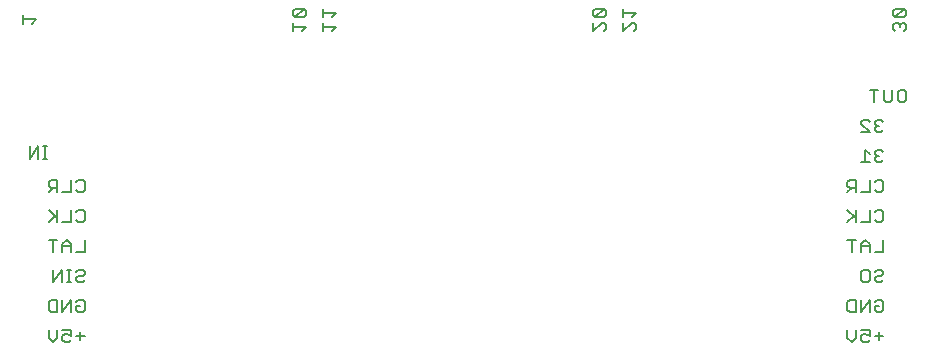
<source format=gbr>
G04 EAGLE Gerber RS-274X export*
G75*
%MOMM*%
%FSLAX34Y34*%
%LPD*%
%INSilkscreen Bottom*%
%IPPOS*%
%AMOC8*
5,1,8,0,0,1.08239X$1,22.5*%
G01*
%ADD10C,0.203200*%


D10*
X59309Y76205D02*
X52191Y76205D01*
X55750Y79764D02*
X55750Y72646D01*
X47615Y81543D02*
X40497Y81543D01*
X47615Y81543D02*
X47615Y76205D01*
X44056Y77984D01*
X42276Y77984D01*
X40497Y76205D01*
X40497Y72646D01*
X42276Y70866D01*
X45836Y70866D01*
X47615Y72646D01*
X35921Y74425D02*
X35921Y81543D01*
X35921Y74425D02*
X32362Y70866D01*
X28803Y74425D01*
X28803Y81543D01*
X728466Y76205D02*
X735584Y76205D01*
X732025Y79764D02*
X732025Y72646D01*
X723890Y81543D02*
X716772Y81543D01*
X723890Y81543D02*
X723890Y76205D01*
X720331Y77984D01*
X718551Y77984D01*
X716772Y76205D01*
X716772Y72646D01*
X718551Y70866D01*
X722111Y70866D01*
X723890Y72646D01*
X712196Y74425D02*
X712196Y81543D01*
X712196Y74425D02*
X708637Y70866D01*
X705078Y74425D01*
X705078Y81543D01*
X53970Y106943D02*
X52191Y105164D01*
X53970Y106943D02*
X57530Y106943D01*
X59309Y105164D01*
X59309Y98046D01*
X57530Y96266D01*
X53970Y96266D01*
X52191Y98046D01*
X52191Y101605D01*
X55750Y101605D01*
X47615Y106943D02*
X47615Y96266D01*
X40497Y96266D02*
X47615Y106943D01*
X40497Y106943D02*
X40497Y96266D01*
X35921Y96266D02*
X35921Y106943D01*
X35921Y96266D02*
X30583Y96266D01*
X28803Y98046D01*
X28803Y105164D01*
X30583Y106943D01*
X35921Y106943D01*
X728466Y105164D02*
X730245Y106943D01*
X733805Y106943D01*
X735584Y105164D01*
X735584Y98046D01*
X733805Y96266D01*
X730245Y96266D01*
X728466Y98046D01*
X728466Y101605D01*
X732025Y101605D01*
X723890Y106943D02*
X723890Y96266D01*
X716772Y96266D02*
X723890Y106943D01*
X716772Y106943D02*
X716772Y96266D01*
X712196Y96266D02*
X712196Y106943D01*
X712196Y96266D02*
X706858Y96266D01*
X705078Y98046D01*
X705078Y105164D01*
X706858Y106943D01*
X712196Y106943D01*
X728466Y130564D02*
X730245Y132343D01*
X733805Y132343D01*
X735584Y130564D01*
X735584Y128784D01*
X733805Y127005D01*
X730245Y127005D01*
X728466Y125225D01*
X728466Y123446D01*
X730245Y121666D01*
X733805Y121666D01*
X735584Y123446D01*
X722111Y132343D02*
X718551Y132343D01*
X722111Y132343D02*
X723890Y130564D01*
X723890Y123446D01*
X722111Y121666D01*
X718551Y121666D01*
X716772Y123446D01*
X716772Y130564D01*
X718551Y132343D01*
X53970Y132343D02*
X52191Y130564D01*
X53970Y132343D02*
X57530Y132343D01*
X59309Y130564D01*
X59309Y128784D01*
X57530Y127005D01*
X53970Y127005D01*
X52191Y125225D01*
X52191Y123446D01*
X53970Y121666D01*
X57530Y121666D01*
X59309Y123446D01*
X47615Y121666D02*
X44056Y121666D01*
X45836Y121666D02*
X45836Y132343D01*
X47615Y132343D02*
X44056Y132343D01*
X39819Y132343D02*
X39819Y121666D01*
X32701Y121666D02*
X39819Y132343D01*
X32701Y132343D02*
X32701Y121666D01*
X735584Y147066D02*
X735584Y157743D01*
X735584Y147066D02*
X728466Y147066D01*
X723890Y147066D02*
X723890Y154184D01*
X720331Y157743D01*
X716772Y154184D01*
X716772Y147066D01*
X716772Y152405D02*
X723890Y152405D01*
X708637Y147066D02*
X708637Y157743D01*
X712196Y157743D02*
X705078Y157743D01*
X59309Y157743D02*
X59309Y147066D01*
X52191Y147066D01*
X47615Y147066D02*
X47615Y154184D01*
X44056Y157743D01*
X40497Y154184D01*
X40497Y147066D01*
X40497Y152405D02*
X47615Y152405D01*
X32362Y147066D02*
X32362Y157743D01*
X35921Y157743D02*
X28803Y157743D01*
X728466Y181364D02*
X730245Y183143D01*
X733805Y183143D01*
X735584Y181364D01*
X735584Y174246D01*
X733805Y172466D01*
X730245Y172466D01*
X728466Y174246D01*
X723890Y172466D02*
X723890Y183143D01*
X723890Y172466D02*
X716772Y172466D01*
X712196Y172466D02*
X712196Y183143D01*
X712196Y176025D02*
X705078Y183143D01*
X710417Y177805D02*
X705078Y172466D01*
X53970Y183143D02*
X52191Y181364D01*
X53970Y183143D02*
X57530Y183143D01*
X59309Y181364D01*
X59309Y174246D01*
X57530Y172466D01*
X53970Y172466D01*
X52191Y174246D01*
X47615Y172466D02*
X47615Y183143D01*
X47615Y172466D02*
X40497Y172466D01*
X35921Y172466D02*
X35921Y183143D01*
X35921Y176025D02*
X28803Y183143D01*
X34142Y177805D02*
X28803Y172466D01*
X728466Y206764D02*
X730245Y208543D01*
X733805Y208543D01*
X735584Y206764D01*
X735584Y199646D01*
X733805Y197866D01*
X730245Y197866D01*
X728466Y199646D01*
X723890Y197866D02*
X723890Y208543D01*
X723890Y197866D02*
X716772Y197866D01*
X712196Y197866D02*
X712196Y208543D01*
X706858Y208543D01*
X705078Y206764D01*
X705078Y203205D01*
X706858Y201425D01*
X712196Y201425D01*
X708637Y201425D02*
X705078Y197866D01*
X53970Y208543D02*
X52191Y206764D01*
X53970Y208543D02*
X57530Y208543D01*
X59309Y206764D01*
X59309Y199646D01*
X57530Y197866D01*
X53970Y197866D01*
X52191Y199646D01*
X47615Y197866D02*
X47615Y208543D01*
X47615Y197866D02*
X40497Y197866D01*
X35921Y197866D02*
X35921Y208543D01*
X30583Y208543D01*
X28803Y206764D01*
X28803Y203205D01*
X30583Y201425D01*
X35921Y201425D01*
X32362Y201425D02*
X28803Y197866D01*
X27559Y226441D02*
X24000Y226441D01*
X25780Y226441D02*
X25780Y237118D01*
X27559Y237118D02*
X24000Y237118D01*
X19763Y237118D02*
X19763Y226441D01*
X12645Y226441D02*
X19763Y237118D01*
X12645Y237118D02*
X12645Y226441D01*
X749295Y284743D02*
X752855Y284743D01*
X754634Y282964D01*
X754634Y275846D01*
X752855Y274066D01*
X749295Y274066D01*
X747516Y275846D01*
X747516Y282964D01*
X749295Y284743D01*
X742940Y284743D02*
X742940Y275846D01*
X741161Y274066D01*
X737601Y274066D01*
X735822Y275846D01*
X735822Y284743D01*
X727687Y284743D02*
X727687Y274066D01*
X731246Y284743D02*
X724128Y284743D01*
X18043Y344300D02*
X14484Y340741D01*
X18043Y344300D02*
X7366Y344300D01*
X7366Y340741D02*
X7366Y347859D01*
X243084Y334391D02*
X246643Y337950D01*
X235966Y337950D01*
X235966Y334391D02*
X235966Y341509D01*
X237746Y346085D02*
X244864Y346085D01*
X246643Y347864D01*
X246643Y351424D01*
X244864Y353203D01*
X237746Y353203D01*
X235966Y351424D01*
X235966Y347864D01*
X237746Y346085D01*
X244864Y353203D01*
X268484Y334391D02*
X272043Y337950D01*
X261366Y337950D01*
X261366Y334391D02*
X261366Y341509D01*
X268484Y346085D02*
X272043Y349644D01*
X261366Y349644D01*
X261366Y346085D02*
X261366Y353203D01*
X489966Y341509D02*
X489966Y334391D01*
X497084Y341509D01*
X498864Y341509D01*
X500643Y339730D01*
X500643Y336171D01*
X498864Y334391D01*
X498864Y346085D02*
X491746Y346085D01*
X498864Y346085D02*
X500643Y347864D01*
X500643Y351424D01*
X498864Y353203D01*
X491746Y353203D01*
X489966Y351424D01*
X489966Y347864D01*
X491746Y346085D01*
X498864Y353203D01*
X733805Y259343D02*
X735584Y257564D01*
X733805Y259343D02*
X730245Y259343D01*
X728466Y257564D01*
X728466Y255784D01*
X730245Y254005D01*
X732025Y254005D01*
X730245Y254005D02*
X728466Y252225D01*
X728466Y250446D01*
X730245Y248666D01*
X733805Y248666D01*
X735584Y250446D01*
X723890Y248666D02*
X716772Y248666D01*
X723890Y248666D02*
X716772Y255784D01*
X716772Y257564D01*
X718551Y259343D01*
X722111Y259343D01*
X723890Y257564D01*
X733805Y233943D02*
X735584Y232164D01*
X733805Y233943D02*
X730245Y233943D01*
X728466Y232164D01*
X728466Y230384D01*
X730245Y228605D01*
X732025Y228605D01*
X730245Y228605D02*
X728466Y226825D01*
X728466Y225046D01*
X730245Y223266D01*
X733805Y223266D01*
X735584Y225046D01*
X723890Y230384D02*
X720331Y233943D01*
X720331Y223266D01*
X723890Y223266D02*
X716772Y223266D01*
X515366Y334391D02*
X515366Y341509D01*
X515366Y334391D02*
X522484Y341509D01*
X524264Y341509D01*
X526043Y339730D01*
X526043Y336171D01*
X524264Y334391D01*
X522484Y346085D02*
X526043Y349644D01*
X515366Y349644D01*
X515366Y346085D02*
X515366Y353203D01*
X752864Y334391D02*
X754643Y336171D01*
X754643Y339730D01*
X752864Y341509D01*
X751084Y341509D01*
X749305Y339730D01*
X749305Y337950D01*
X749305Y339730D02*
X747525Y341509D01*
X745746Y341509D01*
X743966Y339730D01*
X743966Y336171D01*
X745746Y334391D01*
X745746Y346085D02*
X752864Y346085D01*
X754643Y347864D01*
X754643Y351424D01*
X752864Y353203D01*
X745746Y353203D01*
X743966Y351424D01*
X743966Y347864D01*
X745746Y346085D01*
X752864Y353203D01*
M02*

</source>
